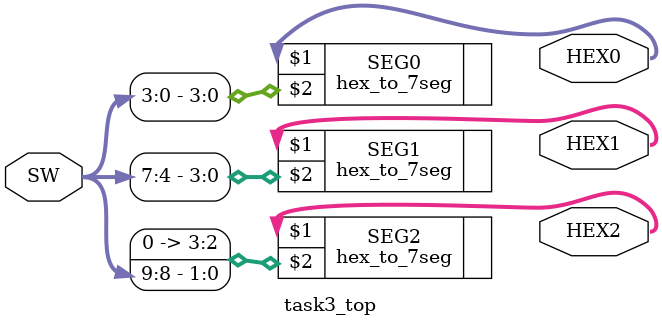
<source format=v>

module task3_top (
    SW,      // Input switches
    HEX0,    // Output to 7-segment display
    HEX1,
    HEX2
);

    input [9:0] SW;
    output [6:0] HEX0;
    output [6:0] HEX1;
    output [6:0] HEX2;
 

    // Instantiate the hex_to_7seg module
    hex_to_7seg  SEG0  (HEX0, SW[3:0]);
    hex_to_7seg  SEG1  (HEX1, SW[7:4]);
    hex_to_7seg  SEG2  (HEX2, {2'b00, SW[9:8]});

endmodule
</source>
